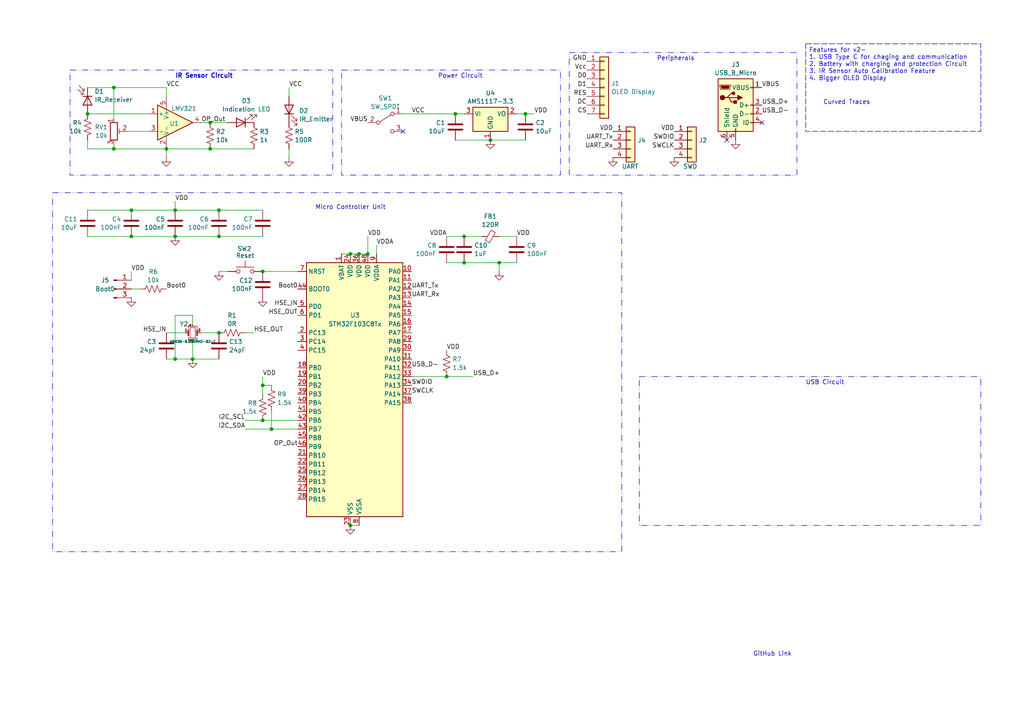
<source format=kicad_sch>
(kicad_sch (version 20230121) (generator eeschema)
  (paper "A4")
  (title_block (title "Project Tachometer") (date "2023-09-06") (rev "v1") (company "RoboManipal"))
  (lib_symbols
    (symbol "Amplifier_Operational:LMV321" (pin_names (offset 0.127))
      (property "Reference" "U" (at 0 5.08 0))
      (property "Value" "LMV321" (at 0 -5.08 0))
      (symbol "LMV321_0_1"
        (polyline (pts (xy -5.08 5.08) (xy 5.08 0) (xy -5.08 -5.08) (xy -5.08 5.08)) (stroke (width 0.254)) (fill (type background)))
        (pin power_in line (at -2.54 -7.62 90) (length 3.81) (name "V-") (number "2"))
        (pin power_in line (at -2.54 7.62 270) (length 3.81) (name "V+") (number "5"))
      )
      (symbol "LMV321_1_1"
        (pin input line (at -7.62 2.54 0) (length 2.54) (name "+") (number "1"))
        (pin input line (at -7.62 -2.54 0) (length 2.54) (name "-") (number "3"))
        (pin output line (at 7.62 0 180) (length 2.54) (name "~") (number "4"))
      )
    )
    (symbol "Connector:Conn_01x03_Pin" (pin_names (offset 1.016) hide)
      (property "Reference" "J" (at 0 5.08 0))
      (property "Value" "Conn_01x03_Pin" (at 0 -5.08 0))
      (symbol "Conn_01x03_Pin_1_1"
        (polyline (pts (xy 1.27 -2.54) (xy 0.8636 -2.54)) (stroke (width 0.1524)))
        (polyline (pts (xy 1.27 0) (xy 0.8636 0)) (stroke (width 0.1524)))
        (polyline (pts (xy 1.27 2.54) (xy 0.8636 2.54)) (stroke (width 0.1524)))
        (rectangle (start 0.8636 -2.413) (end 0 -2.667) (stroke (width 0.1524)) (fill (type outline)))
        (rectangle (start 0.8636 0.127) (end 0 -0.127) (stroke (width 0.1524)) (fill (type outline)))
        (rectangle (start 0.8636 2.667) (end 0 2.413) (stroke (width 0.1524)) (fill (type outline)))
        (pin passive line (at 5.08 2.54 180) (length 3.81) (name "Pin_1") (number "1"))
        (pin passive line (at 5.08 0 180) (length 3.81) (name "Pin_2") (number "2"))
        (pin passive line (at 5.08 -2.54 180) (length 3.81) (name "Pin_3") (number "3"))
      )
    )
    (symbol "Connector:USB_B_Micro" (pin_names (offset 1.016))
      (property "Reference" "J" (at -5.08 11.43 0))
      (property "Value" "USB_B_Micro" (at -5.08 8.89 0))
      (symbol "USB_B_Micro_0_1"
        (rectangle (start -5.08 -7.62) (end 5.08 7.62) (stroke (width 0.254)) (fill (type background)))
        (circle (center -3.81 2.159) (radius 0.635) (stroke (width 0.254)) (fill (type outline)))
        (circle (center -0.635 3.429) (radius 0.381) (stroke (width 0.254)) (fill (type outline)))
        (rectangle (start -0.127 -7.62) (end 0.127 -6.858))
        (polyline (pts (xy -1.905 2.159) (xy 0.635 2.159)) (stroke (width 0.254)))
        (polyline (pts (xy -3.175 2.159) (xy -2.54 2.159) (xy -1.27 3.429) (xy -0.635 3.429)) (stroke (width 0.254)))
        (polyline (pts (xy -2.54 2.159) (xy -1.905 2.159) (xy -1.27 0.889) (xy 0 0.889)) (stroke (width 0.254)))
        (polyline (pts (xy 0.635 2.794) (xy 0.635 1.524) (xy 1.905 2.159) (xy 0.635 2.794)) (stroke (width 0.254)) (fill (type outline)))
        (polyline (pts (xy -4.318 5.588) (xy -1.778 5.588) (xy -2.032 4.826) (xy -4.064 4.826) (xy -4.318 5.588)) (fill (type outline)))
        (polyline (pts (xy -4.699 5.842) (xy -4.699 5.588) (xy -4.445 4.826) (xy -4.445 4.572) (xy -1.651 4.572) (xy -1.651 4.826) (xy -1.397 5.588) (xy -1.397 5.842) (xy -4.699 5.842)))
        (rectangle (start 0.254 1.27) (end -0.508 0.508) (stroke (width 0.254)) (fill (type outline)))
        (rectangle (start 5.08 -5.207) (end 4.318 -4.953))
        (rectangle (start 5.08 -2.667) (end 4.318 -2.413))
        (rectangle (start 5.08 -0.127) (end 4.318 0.127))
        (rectangle (start 5.08 4.953) (end 4.318 5.207))
      )
      (symbol "USB_B_Micro_1_1"
        (pin power_out line (at 7.62 5.08 180) (length 2.54) (name "VBUS") (number "1"))
        (pin bidirectional line (at 7.62 -2.54 180) (length 2.54) (name "D-") (number "2"))
        (pin bidirectional line (at 7.62 0 180) (length 2.54) (name "D+") (number "3"))
        (pin passive line (at 7.62 -5.08 180) (length 2.54) (name "ID") (number "4"))
        (pin power_out line (at 0 -10.16 90) (length 2.54) (name "GND") (number "5"))
        (pin passive line (at -2.54 -10.16 90) (length 2.54) (name "Shield") (number "6"))
      )
    )
    (symbol "Connector_Generic:Conn_01x04" (pin_names (offset 1.016) hide)
      (property "Reference" "J" (at 0 5.08 0))
      (property "Value" "Conn_01x04" (at 0 -7.62 0))
      (symbol "Conn_01x04_1_1"
        (rectangle (start -1.27 -4.953) (end 0 -5.207) (stroke (width 0.1524)))
        (rectangle (start -1.27 -2.413) (end 0 -2.667) (stroke (width 0.1524)))
        (rectangle (start -1.27 0.127) (end 0 -0.127) (stroke (width 0.1524)))
        (rectangle (start -1.27 2.667) (end 0 2.413) (stroke (width 0.1524)))
        (rectangle (start -1.27 3.81) (end 1.27 -6.35) (stroke (width 0.254)) (fill (type background)))
        (pin passive line (at -5.08 2.54 0) (length 3.81) (name "Pin_1") (number "1"))
        (pin passive line (at -5.08 0 0) (length 3.81) (name "Pin_2") (number "2"))
        (pin passive line (at -5.08 -2.54 0) (length 3.81) (name "Pin_3") (number "3"))
        (pin passive line (at -5.08 -5.08 0) (length 3.81) (name "Pin_4") (number "4"))
      )
    )
    (symbol "Connector_Generic:Conn_01x07" (pin_names (offset 1.016) hide)
      (property "Reference" "J" (at 0 10.16 0))
      (property "Value" "Conn_01x07" (at 0 -10.16 0))
      (symbol "Conn_01x07_1_1"
        (rectangle (start -1.27 -7.493) (end 0 -7.747) (stroke (width 0.1524)))
        (rectangle (start -1.27 -4.953) (end 0 -5.207) (stroke (width 0.1524)))
        (rectangle (start -1.27 -2.413) (end 0 -2.667) (stroke (width 0.1524)))
        (rectangle (start -1.27 0.127) (end 0 -0.127) (stroke (width 0.1524)))
        (rectangle (start -1.27 2.667) (end 0 2.413) (stroke (width 0.1524)))
        (rectangle (start -1.27 5.207) (end 0 4.953) (stroke (width 0.1524)))
        (rectangle (start -1.27 7.747) (end 0 7.493) (stroke (width 0.1524)))
        (rectangle (start -1.27 8.89) (end 1.27 -8.89) (stroke (width 0.254)) (fill (type background)))
        (pin passive line (at -5.08 7.62 0) (length 3.81) (name "Pin_1") (number "1"))
        (pin passive line (at -5.08 5.08 0) (length 3.81) (name "Pin_2") (number "2"))
        (pin passive line (at -5.08 2.54 0) (length 3.81) (name "Pin_3") (number "3"))
        (pin passive line (at -5.08 0 0) (length 3.81) (name "Pin_4") (number "4"))
        (pin passive line (at -5.08 -2.54 0) (length 3.81) (name "Pin_5") (number "5"))
        (pin passive line (at -5.08 -5.08 0) (length 3.81) (name "Pin_6") (number "6"))
        (pin passive line (at -5.08 -7.62 0) (length 3.81) (name "Pin_7") (number "7"))
      )
    )
    (symbol "Device:C" (pin_numbers hide) (pin_names (offset 0.254))
      (property "Reference" "C" (at 0.635 2.54 0))
      (property "Value" "C" (at 0.635 -2.54 0))
      (symbol "C_0_1"
        (polyline (pts (xy -2.032 -0.762) (xy 2.032 -0.762)) (stroke (width 0.508)))
        (polyline (pts (xy -2.032 0.762) (xy 2.032 0.762)) (stroke (width 0.508)))
      )
      (symbol "C_1_1"
        (pin passive line (at 0 3.81 270) (length 2.794) (name "~") (number "1"))
        (pin passive line (at 0 -3.81 90) (length 2.794) (name "~") (number "2"))
      )
    )
    (symbol "Device:Crystal_GND24_Small" (pin_names (offset 1.016) hide)
      (property "Reference" "Y" (at 1.27 4.445 0))
      (property "Value" "Crystal_GND24_Small" (at 1.27 2.54 0))
      (symbol "Crystal_GND24_Small_0_1"
        (rectangle (start -0.762 -1.524) (end 0.762 1.524))
        (polyline (pts (xy -1.27 -0.762) (xy -1.27 0.762)) (stroke (width 0.381)))
        (polyline (pts (xy 1.27 -0.762) (xy 1.27 0.762)) (stroke (width 0.381)))
        (polyline (pts (xy -1.27 -1.27) (xy -1.27 -1.905) (xy 1.27 -1.905) (xy 1.27 -1.27)))
        (polyline (pts (xy -1.27 1.27) (xy -1.27 1.905) (xy 1.27 1.905) (xy 1.27 1.27)))
      )
      (symbol "Crystal_GND24_Small_1_1"
        (pin passive line (at -2.54 0 0) (length 1.27) (name "1") (number "1"))
        (pin passive line (at 0 -2.54 90) (length 0.635) (name "2") (number "2"))
        (pin passive line (at 2.54 0 180) (length 1.27) (name "3") (number "3"))
        (pin passive line (at 0 2.54 270) (length 0.635) (name "4") (number "4"))
      )
    )
    (symbol "Device:FerriteBead_Small" (pin_numbers hide) (pin_names (offset 0))
      (property "Reference" "FB" (at 1.905 1.27 0))
      (property "Value" "FerriteBead_Small" (at 1.905 -1.27 0))
      (symbol "FerriteBead_Small_0_1"
        (polyline (pts (xy 0 -1.27) (xy 0 -0.7874)))
        (polyline (pts (xy 0 0.889) (xy 0 1.2954)))
        (polyline (pts (xy -1.8288 0.2794) (xy -1.1176 1.4986) (xy 1.8288 -0.2032) (xy 1.1176 -1.4224) (xy -1.8288 0.2794)))
      )
      (symbol "FerriteBead_Small_1_1"
        (pin passive line (at 0 2.54 270) (length 1.27) (name "~") (number "1"))
        (pin passive line (at 0 -2.54 90) (length 1.27) (name "~") (number "2"))
      )
    )
    (symbol "Device:LED" (pin_numbers hide) (pin_names (offset 1.016) hide)
      (property "Reference" "D1" (at -1.5875 5.4143 0))
      (property "Value" "LED" (at -1.5875 2.9901 0))
      (symbol "LED_0_1"
        (polyline (pts (xy -1.27 -1.27) (xy -1.27 1.27)) (stroke (width 0.254)))
        (polyline (pts (xy -1.27 0) (xy 1.27 0)))
        (polyline (pts (xy 1.27 -1.27) (xy 1.27 1.27) (xy -1.27 0) (xy 1.27 -1.27)) (stroke (width 0.254)))
        (polyline (pts (xy -4.3942 -2.4892) (xy -2.8702 -0.9652) (xy -3.6322 -0.9652) (xy -2.8702 -0.9652) (xy -2.8702 -1.7272)))
        (polyline (pts (xy -3.302 -2.794) (xy -1.778 -1.27) (xy -2.54 -1.27) (xy -1.778 -1.27) (xy -1.778 -2.032)))
      )
      (symbol "LED_1_1"
        (pin passive line (at -3.81 0 0) (length 2.54) (name "K") (number "1"))
        (pin passive line (at 3.81 0 180) (length 2.54) (name "A") (number "2"))
      )
    )
    (symbol "Device:R_Potentiometer_Trim" (pin_names (offset 1.016) hide)
      (property "Reference" "RV" (at -4.445 0 90))
      (property "Value" "R_Potentiometer_Trim" (at -2.54 0 90))
      (symbol "R_Potentiometer_Trim_0_1"
        (polyline (pts (xy 1.524 0.762) (xy 1.524 -0.762)))
        (polyline (pts (xy 2.54 0) (xy 1.524 0)))
        (rectangle (start 1.016 2.54) (end -1.016 -2.54) (stroke (width 0.254)))
      )
      (symbol "R_Potentiometer_Trim_1_1"
        (pin passive line (at 0 3.81 270) (length 1.27) (name "1") (number "1"))
        (pin passive line (at 3.81 0 180) (length 1.27) (name "2") (number "2"))
        (pin passive line (at 0 -3.81 90) (length 1.27) (name "3") (number "3"))
      )
    )
    (symbol "Device:R_US" (pin_numbers hide) (pin_names (offset 0))
      (property "Reference" "R" (at 2.54 0 90))
      (property "Value" "R_US" (at -2.54 0 90))
      (symbol "R_US_0_1"
        (polyline (pts (xy 0 -2.286) (xy 0 -2.54)))
        (polyline (pts (xy 0 2.286) (xy 0 2.54)))
        (polyline (pts (xy 0 -0.762) (xy 1.016 -1.143) (xy 0 -1.524) (xy -1.016 -1.905) (xy 0 -2.286)))
        (polyline (pts (xy 0 0.762) (xy 1.016 0.381) (xy 0 0) (xy -1.016 -0.381) (xy 0 -0.762)))
        (polyline (pts (xy 0 2.286) (xy 1.016 1.905) (xy 0 1.524) (xy -1.016 1.143) (xy 0 0.762)))
      )
      (symbol "R_US_1_1"
        (pin passive line (at 0 3.81 270) (length 1.27) (name "~") (number "1"))
        (pin passive line (at 0 -3.81 90) (length 1.27) (name "~") (number "2"))
      )
    )
    (symbol "LED_1" (pin_numbers hide) (pin_names (offset 1.016) hide)
      (property "Reference" "D" (at 0 2.54 0))
      (property "Value" "LED" (at 0 -2.54 0))
      (symbol "LED_1_0_1"
        (polyline (pts (xy -1.27 -1.27) (xy -1.27 1.27)) (stroke (width 0.254)))
        (polyline (pts (xy -1.27 0) (xy 1.27 0)))
        (polyline (pts (xy 1.27 -1.27) (xy 1.27 1.27) (xy -1.27 0) (xy 1.27 -1.27)) (stroke (width 0.254)))
        (polyline (pts (xy -3.048 -0.762) (xy -4.572 -2.286) (xy -3.81 -2.286) (xy -4.572 -2.286) (xy -4.572 -1.524)))
        (polyline (pts (xy -1.778 -0.762) (xy -3.302 -2.286) (xy -2.54 -2.286) (xy -3.302 -2.286) (xy -3.302 -1.524)))
      )
      (symbol "LED_1_1_1"
        (pin passive line (at -3.81 0 0) (length 2.54) (name "K") (number "1"))
        (pin passive line (at 3.81 0 180) (length 2.54) (name "A") (number "2"))
      )
    )
    (symbol "MCU_ST_STM32F1:STM32F103C8Tx"
      (property "Reference" "U" (at -12.7 39.37 0))
      (property "Value" "STM32F103C8Tx" (at 10.16 39.37 0))
      (symbol "STM32F103C8Tx_0_1"
        (rectangle (start -12.7 -35.56) (end 15.24 38.1) (stroke (width 0.254)) (fill (type background)))
      )
      (symbol "STM32F103C8Tx_1_1"
        (pin power_in line (at -2.54 40.64 270) (length 2.54) (name "VBAT") (number "1"))
        (pin bidirectional line (at 17.78 35.56 180) (length 2.54) (name "PA0") (number "10"))
        (pin bidirectional line (at 17.78 33.02 180) (length 2.54) (name "PA1") (number "11"))
        (pin bidirectional line (at 17.78 30.48 180) (length 2.54) (name "PA2") (number "12"))
        (pin bidirectional line (at 17.78 27.94 180) (length 2.54) (name "PA3") (number "13"))
        (pin bidirectional line (at 17.78 25.4 180) (length 2.54) (name "PA4") (number "14"))
        (pin bidirectional line (at 17.78 22.86 180) (length 2.54) (name "PA5") (number "15"))
        (pin bidirectional line (at 17.78 20.32 180) (length 2.54) (name "PA6") (number "16"))
        (pin bidirectional line (at 17.78 17.78 180) (length 2.54) (name "PA7") (number "17"))
        (pin bidirectional line (at -15.24 7.62 0) (length 2.54) (name "PB0") (number "18"))
        (pin bidirectional line (at -15.24 5.08 0) (length 2.54) (name "PB1") (number "19"))
        (pin bidirectional line (at -15.24 17.78 0) (length 2.54) (name "PC13") (number "2"))
        (pin bidirectional line (at -15.24 2.54 0) (length 2.54) (name "PB2") (number "20"))
        (pin bidirectional line (at -15.24 -17.78 0) (length 2.54) (name "PB10") (number "21"))
        (pin bidirectional line (at -15.24 -20.32 0) (length 2.54) (name "PB11") (number "22"))
        (pin power_in line (at 0 -38.1 90) (length 2.54) (name "VSS") (number "23"))
        (pin power_in line (at 0 40.64 270) (length 2.54) (name "VDD") (number "24"))
        (pin bidirectional line (at -15.24 -22.86 0) (length 2.54) (name "PB12") (number "25"))
        (pin bidirectional line (at -15.24 -25.4 0) (length 2.54) (name "PB13") (number "26"))
        (pin bidirectional line (at -15.24 -27.94 0) (length 2.54) (name "PB14") (number "27"))
        (pin bidirectional line (at -15.24 -30.48 0) (length 2.54) (name "PB15") (number "28"))
        (pin bidirectional line (at 17.78 15.24 180) (length 2.54) (name "PA8") (number "29"))
        (pin bidirectional line (at -15.24 15.24 0) (length 2.54) (name "PC14") (number "3"))
        (pin bidirectional line (at 17.78 12.7 180) (length 2.54) (name "PA9") (number "30"))
        (pin bidirectional line (at 17.78 10.16 180) (length 2.54) (name "PA10") (number "31"))
        (pin bidirectional line (at 17.78 7.62 180) (length 2.54) (name "PA11") (number "32"))
        (pin bidirectional line (at 17.78 5.08 180) (length 2.54) (name "PA12") (number "33"))
        (pin bidirectional line (at 17.78 2.54 180) (length 2.54) (name "PA13") (number "34"))
        (pin passive line (at 0 -38.1 90) (length 2.54) hide (name "VSS") (number "35"))
        (pin power_in line (at 2.54 40.64 270) (length 2.54) (name "VDD") (number "36"))
        (pin bidirectional line (at 17.78 0 180) (length 2.54) (name "PA14") (number "37"))
        (pin bidirectional line (at 17.78 -2.54 180) (length 2.54) (name "PA15") (number "38"))
        (pin bidirectional line (at -15.24 0 0) (length 2.54) (name "PB3") (number "39"))
        (pin bidirectional line (at -15.24 12.7 0) (length 2.54) (name "PC15") (number "4"))
        (pin bidirectional line (at -15.24 -2.54 0) (length 2.54) (name "PB4") (number "40"))
        (pin bidirectional line (at -15.24 -5.08 0) (length 2.54) (name "PB5") (number "41"))
        (pin bidirectional line (at -15.24 -7.62 0) (length 2.54) (name "PB6") (number "42"))
        (pin bidirectional line (at -15.24 -10.16 0) (length 2.54) (name "PB7") (number "43"))
        (pin input line (at -15.24 30.48 0) (length 2.54) (name "BOOT0") (number "44"))
        (pin bidirectional line (at -15.24 -12.7 0) (length 2.54) (name "PB8") (number "45"))
        (pin bidirectional line (at -15.24 -15.24 0) (length 2.54) (name "PB9") (number "46"))
        (pin passive line (at 0 -38.1 90) (length 2.54) hide (name "VSS") (number "47"))
        (pin power_in line (at 5.08 40.64 270) (length 2.54) (name "VDD") (number "48"))
        (pin bidirectional line (at -15.24 25.4 0) (length 2.54) (name "PD0") (number "5"))
        (pin bidirectional line (at -15.24 22.86 0) (length 2.54) (name "PD1") (number "6"))
        (pin input line (at -15.24 35.56 0) (length 2.54) (name "NRST") (number "7"))
        (pin power_in line (at 2.54 -38.1 90) (length 2.54) (name "VSSA") (number "8"))
        (pin power_in line (at 7.62 40.64 270) (length 2.54) (name "VDDA") (number "9"))
      )
    )
    (symbol "Regulator_Linear:AMS1117-3.3"
      (property "Reference" "U" (at -3.81 3.175 0))
      (property "Value" "AMS1117-3.3" (at 0 3.175 0))
      (symbol "AMS1117-3.3_0_1"
        (rectangle (start -5.08 -5.08) (end 5.08 1.905) (stroke (width 0.254)) (fill (type background)))
      )
      (symbol "AMS1117-3.3_1_1"
        (pin power_in line (at 0 -7.62 90) (length 2.54) (name "GND") (number "1"))
        (pin power_out line (at 7.62 0 180) (length 2.54) (name "VO") (number "2"))
        (pin power_in line (at -7.62 0 0) (length 2.54) (name "VI") (number "3"))
      )
    )
    (symbol "Switch:SW_Push" (pin_numbers hide) (pin_names (offset 1.016) hide)
      (property "Reference" "SW" (at 1.27 2.54 0))
      (property "Value" "SW_Push" (at 0 -1.524 0))
      (symbol "SW_Push_0_1"
        (circle (center -2.032 0) (radius 0.508))
        (polyline (pts (xy 0 1.27) (xy 0 3.048)))
        (polyline (pts (xy 2.54 1.27) (xy -2.54 1.27)))
        (circle (center 2.032 0) (radius 0.508))
        (pin passive line (at -5.08 0 0) (length 2.54) (name "1") (number "1"))
        (pin passive line (at 5.08 0 180) (length 2.54) (name "2") (number "2"))
      )
    )
    (symbol "Switch:SW_SPDT" (pin_names (offset 0) hide)
      (property "Reference" "SW" (at 0 4.318 0))
      (property "Value" "SW_SPDT" (at 0 -5.08 0))
      (symbol "SW_SPDT_0_0"
        (circle (center -2.032 0) (radius 0.508))
        (circle (center 2.032 -2.54) (radius 0.508))
      )
      (symbol "SW_SPDT_0_1"
        (polyline (pts (xy -1.524 0.254) (xy 1.651 2.286)))
        (circle (center 2.032 2.54) (radius 0.508))
      )
      (symbol "SW_SPDT_1_1"
        (pin passive line (at 5.08 2.54 180) (length 2.54) (name "A") (number "1"))
        (pin passive line (at -5.08 0 0) (length 2.54) (name "B") (number "2"))
        (pin passive line (at 5.08 -2.54 180) (length 2.54) (name "C") (number "3"))
      )
    )
    (symbol "power:GND" (power) (pin_names (offset 0))
      (property "Value" "GND" (at 0 -3.81 0))
      (symbol "GND_0_1"
        (polyline (pts (xy 0 0) (xy 0 -1.27) (xy 1.27 -1.27) (xy 0 -2.54) (xy -1.27 -1.27) (xy 0 -1.27)))
      )
      (symbol "GND_1_1"
        (pin power_in line (at 0 0 270) (length 0) hide (name "GND") (number "1"))
      )
    )
  )
  (junction (at 152.4 33.02))
  (junction (at 104.14 73.66))
  (junction (at 129.54 109.22))
  (junction (at 60.96 43.18))
  (junction (at 63.5 60.96))
  (junction (at 76.2 111.76))
  (junction (at 50.8 68.58))
  (junction (at 134.62 76.2))
  (junction (at 101.6 152.4))
  (junction (at 132.08 33.02))
  (junction (at 101.6 73.66))
  (junction (at 63.5 96.52))
  (junction (at 50.8 60.96))
  (junction (at 25.4 33.02))
  (junction (at 142.24 40.64))
  (junction (at 33.02 43.18))
  (junction (at 76.2 78.74))
  (junction (at 106.68 73.66))
  (junction (at 60.96 35.56))
  (junction (at 55.88 104.14))
  (junction (at 48.26 43.18))
  (junction (at 78.74 124.46))
  (junction (at 134.62 68.58))
  (junction (at 63.5 68.58))
  (junction (at 38.1 68.58))
  (junction (at 38.1 60.96))
  (junction (at 144.78 76.2))
  (junction (at 33.02 25.4))
  (junction (at 50.8 104.14))
  (junction (at 76.2 121.92))
  (no_connect (at 116.84 38.1))
  (no_connect (at 220.98 35.56))
  (no_connect (at 210.82 40.64))
  (wire (pts (xy 50.8 60.96) (xy 63.5 60.96)))
  (wire (pts (xy 33.02 25.4) (xy 48.26 25.4)))
  (wire (pts (xy 63.5 78.74) (xy 66.04 78.74)))
  (wire (pts (xy 109.22 71.12) (xy 109.22 73.66)))
  (wire (pts (xy 38.1 83.82) (xy 40.64 83.82)))
  (wire (pts (xy 129.54 68.58) (xy 134.62 68.58)))
  (wire (pts (xy 63.5 60.96) (xy 76.2 60.96)))
  (wire (pts (xy 33.02 43.18) (xy 48.26 43.18)))
  (wire (pts (xy 48.26 104.14) (xy 50.8 104.14)))
  (wire (pts (xy 38.1 68.58) (xy 50.8 68.58)))
  (wire (pts (xy 60.96 35.56) (xy 66.04 35.56)))
  (wire (pts (xy 71.12 96.52) (xy 73.66 96.52)))
  (wire (pts (xy 25.4 40.64) (xy 25.4 43.18)))
  (wire (pts (xy 48.26 45.72) (xy 48.26 43.18)))
  (wire (pts (xy 71.12 121.92) (xy 76.2 121.92)))
  (wire (pts (xy 132.08 33.02) (xy 134.62 33.02)))
  (wire (pts (xy 144.78 76.2) (xy 149.86 76.2)))
  (wire (pts (xy 76.2 78.74) (xy 86.36 78.74)))
  (wire (pts (xy 101.6 73.66) (xy 104.14 73.66)))
  (wire (pts (xy 55.88 99.06) (xy 55.88 104.14)))
  (wire (pts (xy 25.4 60.96) (xy 38.1 60.96)))
  (wire (pts (xy 101.6 152.4) (xy 104.14 152.4)))
  (wire (pts (xy 144.78 68.58) (xy 149.86 68.58)))
  (wire (pts (xy 83.82 25.4) (xy 83.82 27.94)))
  (wire (pts (xy 152.4 33.02) (xy 149.86 33.02)))
  (wire (pts (xy 78.74 119.38) (xy 78.74 124.46)))
  (wire (pts (xy 50.8 58.42) (xy 50.8 60.96)))
  (wire (pts (xy 106.68 73.66) (xy 104.14 73.66)))
  (wire (pts (xy 36.83 38.1) (xy 43.18 38.1)))
  (wire (pts (xy 48.26 43.18) (xy 60.96 43.18)))
  (wire (pts (xy 142.24 40.64) (xy 152.4 40.64)))
  (wire (pts (xy 76.2 121.92) (xy 86.36 121.92)))
  (wire (pts (xy 71.12 124.46) (xy 78.74 124.46)))
  (wire (pts (xy 25.4 68.58) (xy 38.1 68.58)))
  (wire (pts (xy 132.08 40.64) (xy 142.24 40.64)))
  (wire (pts (xy 48.26 96.52) (xy 53.34 96.52)))
  (wire (pts (xy 50.8 104.14) (xy 55.88 104.14)))
  (wire (pts (xy 144.78 76.2) (xy 144.78 78.74)))
  (wire (pts (xy 55.88 104.14) (xy 63.5 104.14)))
  (wire (pts (xy 38.1 78.74) (xy 38.1 81.28)))
  (wire (pts (xy 50.8 60.96) (xy 38.1 60.96)))
  (wire (pts (xy 50.8 91.44) (xy 50.8 104.14)))
  (wire (pts (xy 63.5 68.58) (xy 76.2 68.58)))
  (wire (pts (xy 134.62 68.58) (xy 139.7 68.58)))
  (wire (pts (xy 25.4 43.18) (xy 33.02 43.18)))
  (wire (pts (xy 78.74 124.46) (xy 86.36 124.46)))
  (wire (pts (xy 55.88 93.98) (xy 55.88 91.44)))
  (wire (pts (xy 129.54 109.22) (xy 119.38 109.22)))
  (wire (pts (xy 99.06 73.66) (xy 101.6 73.66)))
  (wire (pts (xy 58.42 96.52) (xy 63.5 96.52)))
  (wire (pts (xy 116.84 33.02) (xy 132.08 33.02)))
  (wire (pts (xy 50.8 68.58) (xy 63.5 68.58)))
  (wire (pts (xy 137.16 109.22) (xy 129.54 109.22)))
  (wire (pts (xy 60.96 43.18) (xy 73.66 43.18)))
  (wire (pts (xy 33.02 34.29) (xy 33.02 25.4)))
  (wire (pts (xy 83.82 43.18) (xy 83.82 45.72)))
  (wire (pts (xy 129.54 76.2) (xy 134.62 76.2)))
  (wire (pts (xy 25.4 33.02) (xy 43.18 33.02)))
  (wire (pts (xy 154.94 33.02) (xy 152.4 33.02)))
  (wire (pts (xy 48.26 25.4) (xy 48.26 27.94)))
  (wire (pts (xy 76.2 111.76) (xy 78.74 111.76)))
  (wire (pts (xy 76.2 109.22) (xy 76.2 111.76)))
  (wire (pts (xy 144.78 76.2) (xy 134.62 76.2)))
  (wire (pts (xy 106.68 68.58) (xy 106.68 73.66)))
  (wire (pts (xy 55.88 91.44) (xy 50.8 91.44)))
  (wire (pts (xy 25.4 25.4) (xy 33.02 25.4)))
  (wire (pts (xy 33.02 41.91) (xy 33.02 43.18)))
  (wire (pts (xy 58.42 35.56) (xy 60.96 35.56)))
  (wire (pts (xy 76.2 111.76) (xy 76.2 114.3)))
  (rectangle (start 99.06 20.32) (end 162.56 50.8) (stroke (width 0) (type dash_dot_dot)))
  (rectangle (start 165.1 15.24) (end 231.14 50.8) (stroke (width 0) (type dash_dot_dot)))
  (rectangle (start 20.32 20.32) (end 96.52 50.8) (stroke (width 0) (type dash_dot_dot)))
  (rectangle (start 185.42 109.22) (end 284.48 152.4) (stroke (width 0) (type dash_dot_dot)))
  (rectangle (start 15.24 55.88) (end 180.34 160.02) (stroke (width 0) (type dash_dot_dot)))
  (text_box "Features for v2-\n1. USB Type C for chaging and communication\n2. Battery with charging and protection Circuit\n3. IR Sensor Auto Calibration Feature\n4. Bigger OLED Display" (at 233.68 12.7 0) (size 50.8 25.4) (stroke (width 0) (type dash)) (effects (font (size 1.27 1.27)) (justify left top)))
  (text "Peripherals" (at 190.5 17.78 0) (effects (font (size 1.27 1.27)) (justify left bottom)))
  (text "USB Circuit" (at 233.68 111.76 0) (effects (font (size 1.27 1.27)) (justify left bottom)))
  (text "Power Circuit" (at 127 22.86 0) (effects (font (size 1.27 1.27)) (justify left bottom)))
  (text "Micro Controller Unit" (at 91.44 60.96 0) (effects (font (size 1.27 1.27)) (justify left bottom)))
  (text "GitHub Link" (at 218.44 190.5 0) (effects (font (size 1.27 1.27)) (justify left bottom)))
  (text "Curved Traces\n" (at 238.76 30.48 0) (effects (font (size 1.27 1.27)) (justify left bottom)))
  (text "IR Sensor Circuit" (at 50.8 22.86 0) (effects (font (size 1.27 1.27) (thickness 0.254) bold) (justify left bottom)))
  (label "VDDA" (at 129.54 68.58 180))
  (label "USB_D-" (at 220.98 33.02 0))
  (label "HSE_OUT" (at 73.66 96.52 0))
  (label "VDD" (at 38.1 78.74 0))
  (label "HSE_IN" (at 48.26 96.52 180))
  (label "Boot0" (at 86.36 83.82 180))
  (label "I2C_SCL" (at 71.12 121.92 180))
  (label "UART_Rx" (at 119.38 86.36 0))
  (label "VDD" (at 50.8 58.42 0))
  (label "VDD" (at 106.68 68.58 0))
  (label "OP_Out" (at 58.42 35.56 0))
  (label "SWDIO" (at 119.38 111.76 0))
  (label "VDD" (at 195.58 38.1 180))
  (label "VDD" (at 129.54 101.6 0))
  (label "VDD" (at 149.86 68.58 0))
  (label "DC" (at 170.18 30.48 180))
  (label "OP_Out" (at 86.36 129.54 180))
  (label "UART_Tx" (at 119.38 83.82 0))
  (label "VCC" (at 48.26 25.4 0))
  (label "D0" (at 170.18 22.86 180))
  (label "SWDIO" (at 195.58 40.64 180))
  (label "Vcc" (at 170.18 20.32 180))
  (label "VBUS" (at 106.68 35.56 180))
  (label "VBUS" (at 220.98 25.4 0))
  (label "VCC" (at 119.38 33.02 0))
  (label "D1" (at 170.18 25.4 180))
  (label "CS" (at 170.18 33.02 180))
  (label "VDD" (at 154.94 33.02 0))
  (label "UART_Rx" (at 177.8 43.18 180))
  (label "VDD" (at 76.2 109.22 0))
  (label "VDD" (at 177.8 38.1 180))
  (label "SWCLK" (at 119.38 114.3 0))
  (label "RES" (at 170.18 27.94 180))
  (label "UART_Tx" (at 177.8 40.64 180))
  (label "USB_D+" (at 137.16 109.22 0))
  (label "HSE_IN" (at 86.36 88.9 180))
  (label "HSE_OUT" (at 86.36 91.44 180))
  (label "I2C_SDA" (at 71.12 124.46 180))
  (label "VCC" (at 83.82 25.4 0))
  (label "USB_D+" (at 220.98 30.48 0))
  (label "Boot0" (at 48.26 83.82 0))
  (label "USB_D-" (at 119.38 106.68 0))
  (label "SWCLK" (at 195.58 43.18 180))
  (label "VDDA" (at 109.22 71.12 0))
  (label "GND" (at 170.18 17.78 180))
  (symbol (lib_id "power:GND") (at 83.82 45.72 0) (unit 1)
    (property "Reference" "#PWR02" (effects hide))
    (property "Value" "GND" (effects hide))
  )
  (symbol (lib_id "power:GND") (at 101.6 152.4 0) (unit 1)
    (property "Reference" "#PWR05" (effects hide))
    (property "Value" "GND" (effects hide))
  )
  (symbol (lib_id "Device:R_US") (at 25.4 36.83 0) (mirror y) (unit 1)
    (property "Reference" "R4" (at 23.749 35.6179 0) (effects (justify left)))
    (property "Value" "10k" (at 23.749 38.0421 0) (effects (justify left)))
    (property "Footprint" "Resistor_SMD:R_0603_1608Metric_Pad0.98x0.95mm_HandSolder" (effects hide))
  )
  (symbol (lib_id "Device:Crystal_GND24_Small") (at 55.88 96.52 0) (unit 1)
    (property "Reference" "Y2" (at 53.34 93.98 0))
    (property "Value" "ABM3B-8.000MHZ-B2-T" (at 55.88 99.06 0) (effects (font (size 0.7 0.7))))
    (property "Cl" "18pF" (effects hide))
  )
  (symbol (lib_id "Device:C") (at 25.4 64.77 0) (mirror y) (unit 1)
    (property "Reference" "C11" (at 22.479 63.5579 0) (effects (justify left)))
    (property "Value" "10uF" (at 22.479 65.9821 0) (effects (justify left)))
    (property "Footprint" "Capacitor_SMD:C_0805_2012Metric_Pad1.18x1.45mm_HandSolder" (effects hide))
  )
  (symbol (lib_id "power:GND") (at 38.1 86.36 0) (unit 1)
    (property "Reference" "#PWR011" (effects hide))
    (property "Value" "GND" (effects hide))
  )
  (symbol (lib_id "Device:C") (at 76.2 64.77 0) (mirror y) (unit 1)
    (property "Reference" "C7" (at 73.279 63.5579 0) (effects (justify left)))
    (property "Value" "100nF" (at 73.279 65.9821 0) (effects (justify left)))
    (property "Footprint" "Capacitor_SMD:C_0805_2012Metric_Pad1.18x1.45mm_HandSolder" (effects hide))
  )
  (symbol (lib_id "power:GND") (at 142.24 40.64 0) (unit 1)
    (property "Reference" "#PWR03" (effects hide))
    (property "Value" "GND" (effects hide))
  )
  (symbol (lib_id "Connector_Generic:Conn_01x04") (at 182.88 40.64 0) (unit 1)
    (property "Reference" "J4" (at 184.912 40.6979 0) (effects (justify left)))
    (property "Value" "UART" (at 180.34 48.26 0) (effects (justify left)))
    (property "Footprint" "Connector_PinHeader_2.54mm:PinHeader_1x04_P2.54mm_Vertical" (effects hide))
  )
  (symbol (lib_id "Device:C") (at 50.8 64.77 0) (mirror y) (unit 1)
    (property "Reference" "C5" (at 47.879 63.5579 0) (effects (justify left)))
    (property "Value" "100nF" (at 47.879 65.9821 0) (effects (justify left)))
    (property "Footprint" "Capacitor_SMD:C_0805_2012Metric_Pad1.18x1.45mm_HandSolder" (effects hide))
  )
  (symbol (lib_id "power:GND") (at 177.8 45.72 0) (unit 1)
    (property "Reference" "#PWR013" (effects hide))
    (property "Value" "GND" (effects hide))
  )
  (symbol (lib_id "Device:C") (at 63.5 100.33 0) (unit 1)
    (property "Reference" "C13" (at 66.421 99.1179 0) (effects (justify left)))
    (property "Value" "24pF" (at 66.421 101.5421 0) (effects (justify left)))
    (property "Footprint" "Capacitor_SMD:C_0805_2012Metric_Pad1.18x1.45mm_HandSolder" (effects hide))
    (property "Name" "GRM0335C1E240GA01D" (effects hide))
  )
  (symbol (lib_id "Connector_Generic:Conn_01x07") (at 175.26 25.4 0) (unit 1)
    (property "Reference" "J1" (at 177.292 24.1879 0) (effects (justify left)))
    (property "Value" "OLED Display" (at 177.292 26.6121 0) (effects (justify left)))
    (property "Footprint" "Connector_PinSocket_2.54mm:PinSocket_1x07_P2.54mm_Vertical" (effects hide))
  )
  (symbol (lib_id "Connector_Generic:Conn_01x04") (at 200.66 40.64 0) (unit 1)
    (property "Reference" "J2" (at 202.692 40.6979 0) (effects (justify left)))
    (property "Value" "SWD" (at 198.12 48.26 0) (effects (justify left)))
    (property "Footprint" "Connector_PinHeader_2.54mm:PinHeader_1x04_P2.54mm_Vertical" (effects hide))
  )
  (symbol (lib_id "Device:LED") (at 25.4 29.21 270) (unit 1)
    (property "Reference" "D1" (at 27.432 26.4993 90) (effects (justify left)))
    (property "Value" "IR_Receiver" (at 27.432 28.9235 90) (effects (justify left)))
    (property "Footprint" "digikey-footprints:LED_5mm_Radial" (effects hide))
  )
  (symbol (lib_id "Device:C") (at 134.62 72.39 0) (unit 1)
    (property "Reference" "C10" (at 137.541 71.1779 0) (effects (justify left)))
    (property "Value" "1uF" (at 137.541 73.6021 0) (effects (justify left)))
    (property "Footprint" "Capacitor_SMD:C_0805_2012Metric_Pad1.18x1.45mm_HandSolder" (effects hide))
  )
  (symbol (lib_id "Device:C") (at 129.54 72.39 0) (mirror y) (unit 1)
    (property "Reference" "C8" (at 126.619 71.1779 0) (effects (justify left)))
    (property "Value" "100nF" (at 126.619 73.6021 0) (effects (justify left)))
    (property "Footprint" "Capacitor_SMD:C_0805_2012Metric_Pad1.18x1.45mm_HandSolder" (effects hide))
  )
  (symbol (lib_id "Device:R_US") (at 129.54 105.41 180) (unit 1)
    (property "Reference" "R7" (at 131.191 104.1979 0) (effects (justify right)))
    (property "Value" "1.5k" (at 131.191 106.6221 0) (effects (justify right)))
    (property "Footprint" "Resistor_SMD:R_0603_1608Metric_Pad0.98x0.95mm_HandSolder" (effects hide))
  )
  (symbol (lib_id "Device:R_US") (at 60.96 39.37 0) (unit 1)
    (property "Reference" "R2" (at 62.611 38.1579 0) (effects (justify left)))
    (property "Value" "10k" (at 62.611 40.5821 0) (effects (justify left)))
    (property "Footprint" "Resistor_SMD:R_0603_1608Metric_Pad0.98x0.95mm_HandSolder" (effects hide))
  )
  (symbol (lib_id "Device:FerriteBead_Small") (at 142.24 68.58 90) (unit 1)
    (property "Reference" "FB1" (at 142.2019 62.7339 90))
    (property "Value" "120R" (at 142.2019 65.1581 90))
  )
  (symbol (lib_id "Device:R_US") (at 44.45 83.82 90) (unit 1)
    (property "Reference" "R6" (at 44.45 78.7867 90))
    (property "Value" "10k" (at 44.45 81.2109 90))
    (property "Footprint" "Resistor_SMD:R_0603_1608Metric_Pad0.98x0.95mm_HandSolder" (effects hide))
  )
  (symbol (lib_id "power:GND") (at 195.58 45.72 0) (unit 1)
    (property "Reference" "#PWR012" (effects hide))
    (property "Value" "GND" (effects hide))
  )
  (symbol (lib_id "Device:C") (at 149.86 72.39 0) (unit 1)
    (property "Reference" "C9" (at 152.781 71.1779 0) (effects (justify left)))
    (property "Value" "100nF" (at 152.781 73.6021 0) (effects (justify left)))
    (property "Footprint" "Capacitor_SMD:C_0805_2012Metric_Pad1.18x1.45mm_HandSolder" (effects hide))
  )
  (symbol (lib_id "Device:C") (at 152.4 36.83 0) (unit 1)
    (property "Reference" "C2" (at 155.321 35.6179 0) (effects (justify left)))
    (property "Value" "10uF" (at 155.321 38.0421 0) (effects (justify left)))
    (property "Footprint" "Capacitor_SMD:C_0805_2012Metric_Pad1.18x1.45mm_HandSolder" (effects hide))
  )
  (symbol (lib_id "Connector:USB_B_Micro") (at 213.36 30.48 0) (unit 1)
    (property "Reference" "J3" (at 213.36 18.7157 0))
    (property "Value" "USB_B_Micro" (at 213.36 21.1399 0))
    (property "Footprint" "Connector_USB:USB_Micro-B_GCT_USB3076-30-A" (effects hide))
  )
  (symbol (lib_id "Device:R_US") (at 76.2 118.11 0) (mirror x) (unit 1)
    (property "Reference" "R8" (at 74.549 116.8979 0) (effects (justify right)))
    (property "Value" "1.5k" (at 74.549 119.3221 0) (effects (justify right)))
    (property "Footprint" "Resistor_SMD:R_0603_1608Metric_Pad0.98x0.95mm_HandSolder" (effects hide))
  )
  (symbol (lib_id "Device:R_Potentiometer_Trim") (at 33.02 38.1 0) (unit 1)
    (property "Reference" "RV1" (at 31.2421 36.8879 0) (effects (justify right)))
    (property "Value" "10k" (at 31.2421 39.3121 0) (effects (justify right)))
    (property "Footprint" "Potentiometer_THT:Potentiometer_Bourns_3296Y_Vertical" (effects hide))
  )
  (symbol (lib_name "LED_1") (lib_id "Device:LED") (at 83.82 31.75 90) (unit 1)
    (property "Reference" "D2" (at 86.741 32.1254 90) (effects (justify right)))
    (property "Value" "IR_Emitter" (at 86.741 34.5496 90) (effects (justify right)))
    (property "Footprint" "digikey-footprints:LED_5mm_Radial" (effects hide))
  )
  (symbol (lib_id "Switch:SW_Push") (at 71.12 78.74 0) (unit 1)
    (property "Reference" "SW2" (at 70.866 72.136 0))
    (property "Value" "Reset" (at 71.12 74.0989 0))
  )
  (symbol (lib_id "Device:C") (at 132.08 36.83 0) (mirror y) (unit 1)
    (property "Reference" "C1" (at 129.159 35.6179 0) (effects (justify left)))
    (property "Value" "10uF" (at 129.159 38.0421 0) (effects (justify left)))
    (property "Footprint" "Capacitor_SMD:C_0805_2012Metric_Pad1.18x1.45mm_HandSolder" (effects hide))
  )
  (symbol (lib_id "Device:R_US") (at 83.82 39.37 0) (unit 1)
    (property "Reference" "R5" (at 85.471 38.1579 0) (effects (justify left)))
    (property "Value" "100R" (at 85.471 40.5821 0) (effects (justify left)))
    (property "Footprint" "Resistor_SMD:R_1206_3216Metric_Pad1.30x1.75mm_HandSolder" (effects hide))
  )
  (symbol (lib_id "Device:R_US") (at 67.31 96.52 90) (unit 1)
    (property "Reference" "R1" (at 67.31 91.4867 90))
    (property "Value" "0R" (at 67.31 93.9109 90))
    (property "Footprint" "Resistor_SMD:R_0603_1608Metric_Pad0.98x0.95mm_HandSolder" (effects hide))
  )
  (symbol (lib_id "Device:C") (at 63.5 64.77 0) (mirror y) (unit 1)
    (property "Reference" "C6" (at 60.579 63.5579 0) (effects (justify left)))
    (property "Value" "100nF" (at 60.579 65.9821 0) (effects (justify left)))
    (property "Footprint" "Capacitor_SMD:C_0805_2012Metric_Pad1.18x1.45mm_HandSolder" (effects hide))
  )
  (symbol (lib_id "Device:R_US") (at 78.74 115.57 180) (unit 1)
    (property "Reference" "R9" (at 80.391 114.3579 0) (effects (justify right)))
    (property "Value" "1.5k" (at 80.391 116.7821 0) (effects (justify right)))
    (property "Footprint" "Resistor_SMD:R_0603_1608Metric_Pad0.98x0.95mm_HandSolder" (effects hide))
  )
  (symbol (lib_id "power:GND") (at 213.36 40.64 0) (unit 1)
    (property "Reference" "#PWR04" (effects hide))
    (property "Value" "GND" (effects hide))
  )
  (symbol (lib_id "Device:C") (at 38.1 64.77 0) (mirror y) (unit 1)
    (property "Reference" "C4" (at 35.179 63.5579 0) (effects (justify left)))
    (property "Value" "100nF" (at 35.179 65.9821 0) (effects (justify left)))
    (property "Footprint" "Capacitor_SMD:C_0805_2012Metric_Pad1.18x1.45mm_HandSolder" (effects hide))
  )
  (symbol (lib_id "Amplifier_Operational:LMV321") (at 50.8 35.56 0) (unit 1)
    (property "Reference" "U1" (at 50.546 35.814 0))
    (property "Value" "LMV321" (at 53.34 31.496 0))
    (property "Footprint" "gsg-modules:SOT25" (effects hide))
    (property "Datasheet" "http://www.ti.com/lit/ds/symlink/lmv324.pdf" (effects hide))
  )
  (symbol (lib_id "Connector:Conn_01x03_Pin") (at 33.02 83.82 0) (unit 1)
    (property "Reference" "J5" (at 30.48 81.28 0))
    (property "Value" "Boot0" (at 30.48 83.82 0))
    (property "Footprint" "Connector_PinHeader_1.27mm:PinHeader_1x03_P1.27mm_Vertical_SMD_Pin1Left" (effects hide))
  )
  (symbol (lib_id "power:GND") (at 76.2 86.36 0) (unit 1)
    (property "Reference" "#PWR09" (effects hide))
    (property "Value" "GND" (effects hide))
  )
  (symbol (lib_id "Switch:SW_SPDT") (at 111.76 35.56 0) (unit 1)
    (property "Reference" "SW1" (at 111.76 28.4947 0))
    (property "Value" "SW_SPDT" (at 111.76 30.9189 0))
    (property "Footprint" "Button_Switch_SMD:SW_SPDT_PCM12" (effects hide))
  )
  (symbol (lib_id "power:GND") (at 50.8 68.58 0) (unit 1)
    (property "Reference" "#PWR06" (effects hide))
    (property "Value" "GND" (effects hide))
  )
  (symbol (lib_id "power:GND") (at 55.88 104.14 0) (unit 1)
    (property "Reference" "#PWR010" (effects hide))
    (property "Value" "GND" (effects hide))
  )
  (symbol (lib_id "power:GND") (at 48.26 45.72 0) (unit 1)
    (property "Reference" "#PWR01" (effects hide))
    (property "Value" "GND" (effects hide))
  )
  (symbol (lib_id "Device:C") (at 76.2 82.55 0) (mirror y) (unit 1)
    (property "Reference" "C12" (at 73.279 81.3379 0) (effects (justify left)))
    (property "Value" "100nF" (at 73.279 83.7621 0) (effects (justify left)))
    (property "Footprint" "Capacitor_SMD:C_0805_2012Metric_Pad1.18x1.45mm_HandSolder" (effects hide))
  )
  (symbol (lib_id "Regulator_Linear:AMS1117-3.3") (at 142.24 33.02 0) (unit 1)
    (property "Reference" "U4" (at 142.24 26.9707 0))
    (property "Value" "AMS1117-3.3" (at 142.24 29.3949 0))
    (property "Footprint" "Package_TO_SOT_SMD:SOT-223-3_TabPin2" (effects hide))
    (property "Datasheet" "http://www.advanced-monolithic.com/pdf/ds1117.pdf" (effects hide))
  )
  (symbol (lib_name "LED_1") (lib_id "Device:LED") (at 69.85 35.56 180) (unit 1)
    (property "Reference" "D3" (at 71.4375 29.2567 0))
    (property "Value" "Indication LED" (at 71.4375 31.6809 0))
    (property "Footprint" "LED_SMD:LED_0603_1608Metric_Pad1.05x0.95mm_HandSolder" (effects hide))
  )
  (symbol (lib_id "Device:C") (at 48.26 100.33 0) (mirror y) (unit 1)
    (property "Reference" "C3" (at 45.339 99.1179 0) (effects (justify left)))
    (property "Value" "24pF" (at 45.339 101.5421 0) (effects (justify left)))
    (property "Footprint" "Capacitor_SMD:C_0805_2012Metric_Pad1.18x1.45mm_HandSolder" (effects hide))
    (property "Name" "GRM0335C1E240GA01D" (effects hide))
  )
  (symbol (lib_id "power:GND") (at 144.78 78.74 0) (unit 1)
    (property "Reference" "#PWR07" (effects hide))
    (property "Value" "GND" (effects hide))
  )
  (symbol (lib_id "Device:R_US") (at 73.66 39.37 0) (unit 1)
    (property "Reference" "R3" (at 75.311 38.1579 0) (effects (justify left)))
    (property "Value" "1k" (at 75.311 40.5821 0) (effects (justify left)))
    (property "Footprint" "Resistor_SMD:R_0603_1608Metric_Pad0.98x0.95mm_HandSolder" (effects hide))
  )
  (symbol (lib_id "MCU_ST_STM32F1:STM32F103C8Tx") (at 101.6 114.3 0) (unit 1)
    (property "Reference" "U3" (at 101.6 91.44 0) (effects (justify left)))
    (property "Value" "STM32F103C8Tx" (at 95.25 93.98 0) (effects (justify left)))
    (property "Footprint" "Package_QFP:LQFP-48_7x7mm_P0.5mm" (effects hide))
    (property "Datasheet" "https://www.st.com/resource/en/datasheet/stm32f103c8.pdf" (effects hide))
  )
  (symbol (lib_id "power:GND") (at 63.5 78.74 0) (unit 1)
    (property "Reference" "#PWR08" (effects hide))
    (property "Value" "GND" (effects hide))
  )
)
</source>
